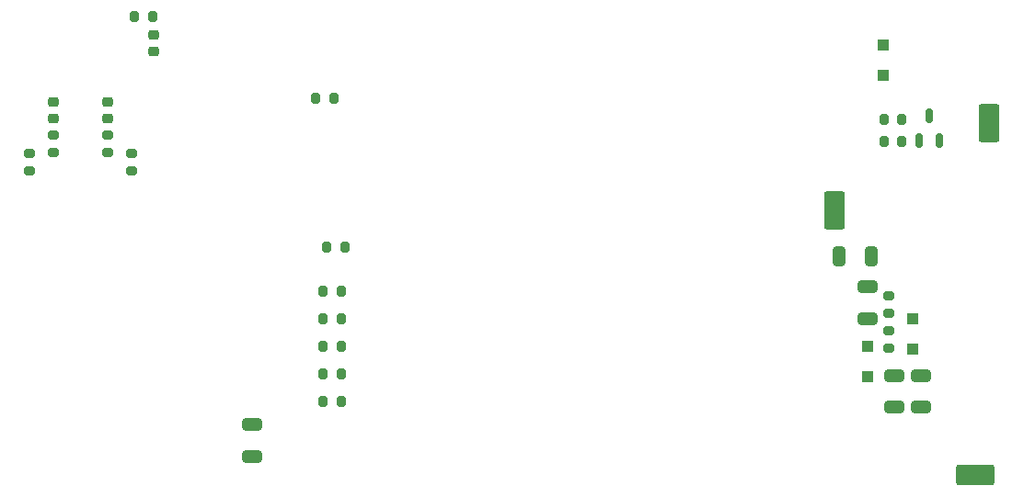
<source format=gbr>
%TF.GenerationSoftware,KiCad,Pcbnew,8.0.1*%
%TF.CreationDate,2024-04-21T23:41:19+02:00*%
%TF.ProjectId,PreciPSLoadFront,50726563-6950-4534-9c6f-616446726f6e,rev?*%
%TF.SameCoordinates,Original*%
%TF.FileFunction,Paste,Top*%
%TF.FilePolarity,Positive*%
%FSLAX46Y46*%
G04 Gerber Fmt 4.6, Leading zero omitted, Abs format (unit mm)*
G04 Created by KiCad (PCBNEW 8.0.1) date 2024-04-21 23:41:19*
%MOMM*%
%LPD*%
G01*
G04 APERTURE LIST*
G04 Aperture macros list*
%AMRoundRect*
0 Rectangle with rounded corners*
0 $1 Rounding radius*
0 $2 $3 $4 $5 $6 $7 $8 $9 X,Y pos of 4 corners*
0 Add a 4 corners polygon primitive as box body*
4,1,4,$2,$3,$4,$5,$6,$7,$8,$9,$2,$3,0*
0 Add four circle primitives for the rounded corners*
1,1,$1+$1,$2,$3*
1,1,$1+$1,$4,$5*
1,1,$1+$1,$6,$7*
1,1,$1+$1,$8,$9*
0 Add four rect primitives between the rounded corners*
20,1,$1+$1,$2,$3,$4,$5,0*
20,1,$1+$1,$4,$5,$6,$7,0*
20,1,$1+$1,$6,$7,$8,$9,0*
20,1,$1+$1,$8,$9,$2,$3,0*%
G04 Aperture macros list end*
%ADD10RoundRect,0.250000X-0.650000X0.325000X-0.650000X-0.325000X0.650000X-0.325000X0.650000X0.325000X0*%
%ADD11RoundRect,0.200000X-0.200000X-0.275000X0.200000X-0.275000X0.200000X0.275000X-0.200000X0.275000X0*%
%ADD12RoundRect,0.200000X0.275000X-0.200000X0.275000X0.200000X-0.275000X0.200000X-0.275000X-0.200000X0*%
%ADD13RoundRect,0.250000X0.650000X-0.325000X0.650000X0.325000X-0.650000X0.325000X-0.650000X-0.325000X0*%
%ADD14RoundRect,0.200000X0.750000X-1.550000X0.750000X1.550000X-0.750000X1.550000X-0.750000X-1.550000X0*%
%ADD15RoundRect,0.225000X-0.250000X0.225000X-0.250000X-0.225000X0.250000X-0.225000X0.250000X0.225000X0*%
%ADD16RoundRect,0.250000X-0.325000X-0.650000X0.325000X-0.650000X0.325000X0.650000X-0.325000X0.650000X0*%
%ADD17RoundRect,0.200000X0.200000X0.275000X-0.200000X0.275000X-0.200000X-0.275000X0.200000X-0.275000X0*%
%ADD18RoundRect,0.200000X-0.275000X0.200000X-0.275000X-0.200000X0.275000X-0.200000X0.275000X0.200000X0*%
%ADD19RoundRect,0.250000X0.300000X-0.300000X0.300000X0.300000X-0.300000X0.300000X-0.300000X-0.300000X0*%
%ADD20RoundRect,0.200000X-1.550000X-0.750000X1.550000X-0.750000X1.550000X0.750000X-1.550000X0.750000X0*%
%ADD21RoundRect,0.150000X0.150000X-0.512500X0.150000X0.512500X-0.150000X0.512500X-0.150000X-0.512500X0*%
%ADD22RoundRect,0.250000X-0.300000X0.300000X-0.300000X-0.300000X0.300000X-0.300000X0.300000X0.300000X0*%
G04 APERTURE END LIST*
D10*
%TO.C,C5*%
X139900000Y-60825000D03*
X139900000Y-63775000D03*
%TD*%
D11*
%TO.C,R10*%
X86650000Y-35300000D03*
X88300000Y-35300000D03*
%TD*%
D12*
%TO.C,R4*%
X62500000Y-40325000D03*
X62500000Y-38675000D03*
%TD*%
D13*
%TO.C,C1*%
X80750000Y-68325000D03*
X80750000Y-65375000D03*
%TD*%
D11*
%TO.C,R22*%
X87325000Y-53050000D03*
X88975000Y-53050000D03*
%TD*%
D14*
%TO.C,TP2*%
X134400000Y-45600000D03*
%TD*%
D15*
%TO.C,C2*%
X62500000Y-35625000D03*
X62500000Y-37175000D03*
%TD*%
D16*
%TO.C,C7*%
X134825000Y-49900000D03*
X137775000Y-49900000D03*
%TD*%
D17*
%TO.C,R2*%
X140575000Y-37250000D03*
X138925000Y-37250000D03*
%TD*%
D11*
%TO.C,R23*%
X87325000Y-55600000D03*
X88975000Y-55600000D03*
%TD*%
D15*
%TO.C,C3*%
X67500000Y-35625000D03*
X67500000Y-37175000D03*
%TD*%
D12*
%TO.C,R9*%
X139400000Y-58325000D03*
X139400000Y-56675000D03*
%TD*%
D15*
%TO.C,C4*%
X71700000Y-29425000D03*
X71700000Y-30975000D03*
%TD*%
D13*
%TO.C,C6*%
X137400000Y-55575000D03*
X137400000Y-52625000D03*
%TD*%
D18*
%TO.C,R6*%
X60300000Y-40375000D03*
X60300000Y-42025000D03*
%TD*%
D19*
%TO.C,D2*%
X137400000Y-60950000D03*
X137400000Y-58150000D03*
%TD*%
D10*
%TO.C,C8*%
X142300000Y-60825000D03*
X142300000Y-63775000D03*
%TD*%
D20*
%TO.C,TP1*%
X147350000Y-70000000D03*
%TD*%
D11*
%TO.C,R26*%
X87325000Y-63250000D03*
X88975000Y-63250000D03*
%TD*%
%TO.C,R21*%
X87675000Y-49000000D03*
X89325000Y-49000000D03*
%TD*%
D14*
%TO.C,TP3*%
X148600000Y-37550000D03*
%TD*%
D11*
%TO.C,R25*%
X87325000Y-60700000D03*
X88975000Y-60700000D03*
%TD*%
D19*
%TO.C,D3*%
X141600000Y-58400000D03*
X141600000Y-55600000D03*
%TD*%
D12*
%TO.C,R8*%
X139400000Y-55125000D03*
X139400000Y-53475000D03*
%TD*%
D18*
%TO.C,R5*%
X69700000Y-40375000D03*
X69700000Y-42025000D03*
%TD*%
D21*
%TO.C,Q1*%
X142150000Y-39200000D03*
X144050000Y-39200000D03*
X143100000Y-36925000D03*
%TD*%
D18*
%TO.C,R3*%
X67500000Y-38675000D03*
X67500000Y-40325000D03*
%TD*%
D11*
%TO.C,R1*%
X138925000Y-39250000D03*
X140575000Y-39250000D03*
%TD*%
%TO.C,R24*%
X87325000Y-58150000D03*
X88975000Y-58150000D03*
%TD*%
D22*
%TO.C,D1*%
X138850000Y-30350000D03*
X138850000Y-33150000D03*
%TD*%
D17*
%TO.C,R7*%
X71625000Y-27800000D03*
X69975000Y-27800000D03*
%TD*%
M02*

</source>
